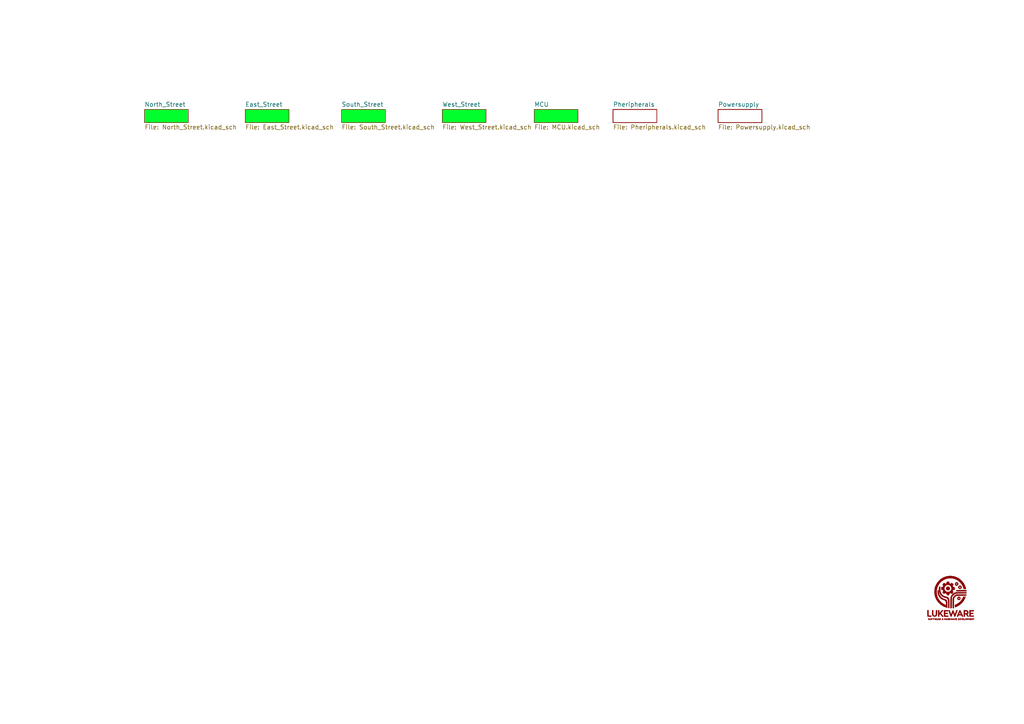
<source format=kicad_sch>
(kicad_sch (version 20231120) (generator "eeschema") (generator_version "8.0")
  (paper "A4")
  (title_block (title "SignalFlowLab") (date "2025-02-26") (rev "V 1.1") (company "LukeWare"))
  (lib_symbols
    (symbol "0_SignalFlowLab:LOGO" (pin_names (offset 1.016))
      (symbol "LOGO_0_0"
        (polyline (pts (xy 0.3637 -5.7952) (xy 0.3819 -5.7562) (xy 0.3979 -5.6693) (xy 0.3904 -5.5928) (xy 0.3601 -5.56) (xy 0.3548 -5.559) (xy 0.3112 -5.5163) (xy 0.2633 -5.43) (xy 0.2334 -5.3684) (xy 0.2095 -5.3433) (xy 0.2068 -5.3832) (xy 0.225 -5.4808) (xy 0.2643 -5.6291) (xy 0.3013 -5.7418) (xy 0.3357 -5.8032) (xy 0.3637 -5.7952)) (stroke (width 0.01)) (fill (type outline)))
        (polyline (pts (xy 4.31 -5.8256) (xy 4.3525 -5.7919) (xy 4.3259 -5.754) (xy 4.2269 -5.7273) (xy 4.2034 -5.7241) (xy 4.1481 -5.7033) (xy 4.1248 -5.6496) (xy 4.12 -5.5397) (xy 4.1186 -5.493) (xy 4.1044 -5.3918) (xy 4.08 -5.34) (xy 4.0611 -5.3514) (xy 4.0454 -5.4315) (xy 4.04 -5.5776) (xy 4.04 -5.84) (xy 4.2033 -5.84) (xy 4.31 -5.8256)) (stroke (width 0.01)) (fill (type outline)))
        (polyline (pts (xy -5.4689 -4.8661) (xy -5.4447 -4.8221) (xy -5.44 -4.72) (xy -5.44 -4.56) (xy -5.86 -4.56) (xy -6.28 -4.56) (xy -6.28 -3.78) (xy -6.28 -3) (xy -6.4408 -3) (xy -6.6016 -3) (xy -6.5908 -3.91) (xy -6.58 -4.82) (xy -6.12 -4.842) (xy -5.9562 -4.85) (xy -5.7762 -4.8592) (xy -5.6338 -4.8669) (xy -5.55 -4.872) (xy -5.5284 -4.8733) (xy -5.4689 -4.8661)) (stroke (width 0.01)) (fill (type outline)))
        (polyline (pts (xy -0.3921 2.8519) (xy -0.2399 2.9511) (xy -0.1376 3.0996) (xy -0.1311 3.1155) (xy -0.087 3.2672) (xy -0.0953 3.4014) (xy -0.1577 3.5555) (xy -0.243 3.6839) (xy -0.3984 3.808) (xy -0.5868 3.8614) (xy -0.7994 3.8402) (xy -0.9419 3.7757) (xy -1.0749 3.6373) (xy -1.1616 3.4344) (xy -1.1752 3.2809) (xy -1.1339 3.1086) (xy -1.0428 2.9616) (xy -0.9129 2.8646) (xy -0.7806 2.8213) (xy -0.5779 2.8069) (xy -0.3921 2.8519)) (stroke (width 0.01)) (fill (type outline)))
        (polyline (pts (xy 0.5684 -5.8338) (xy 0.5989 -5.7758) (xy 0.6383 -5.677) (xy 0.6774 -5.5634) (xy 0.7071 -5.4606) (xy 0.7183 -5.3946) (xy 0.7152 -5.3852) (xy 0.6875 -5.4058) (xy 0.6408 -5.48) (xy 0.565 -5.62) (xy 0.5168 -5.485) (xy 0.4874 -5.4115) (xy 0.46 -5.3841) (xy 0.4312 -5.417) (xy 0.4272 -5.425) (xy 0.4216 -5.5177) (xy 0.4668 -5.6618) (xy 0.4923 -5.7209) (xy 0.5348 -5.8062) (xy 0.5606 -5.8398) (xy 0.5684 -5.8338)) (stroke (width 0.01)) (fill (type outline)))
        (polyline (pts (xy 4.9479 -5.7718) (xy 4.9725 -5.7151) (xy 5.0389 -5.6603) (xy 5.0428 -5.659) (xy 5.1453 -5.6026) (xy 5.1727 -5.5284) (xy 5.1226 -5.4426) (xy 5.0949 -5.4178) (xy 5.0139 -5.3707) (xy 4.9475 -5.3613) (xy 4.92 -5.3953) (xy 4.9403 -5.4243) (xy 5.01 -5.4604) (xy 5.1 -5.4901) (xy 5.01 -5.5078) (xy 4.9531 -5.5302) (xy 4.9281 -5.5839) (xy 4.9254 -5.6927) (xy 4.928 -5.7416) (xy 4.9368 -5.7915) (xy 4.9479 -5.7718)) (stroke (width 0.01)) (fill (type outline)))
        (polyline (pts (xy 3.3692 -5.8226) (xy 3.4177 -5.7424) (xy 3.4746 -5.6058) (xy 3.517 -5.4853) (xy 3.5496 -5.3769) (xy 3.5513 -5.339) (xy 3.5222 -5.3728) (xy 3.4626 -5.4793) (xy 3.3688 -5.6586) (xy 3.3085 -5.5142) (xy 3.2802 -5.4536) (xy 3.2309 -5.3733) (xy 3.1903 -5.3321) (xy 3.1699 -5.3394) (xy 3.1807 -5.4049) (xy 3.2135 -5.4937) (xy 3.265 -5.608) (xy 3.3025 -5.6985) (xy 3.32 -5.778) (xy 3.3201 -5.789) (xy 3.3349 -5.8402) (xy 3.3692 -5.8226)) (stroke (width 0.01)) (fill (type outline)))
        (polyline (pts (xy -5.3337 -5.8151) (xy -5.32 -5.74) (xy -5.3196 -5.7215) (xy -5.2962 -5.6565) (xy -5.22 -5.64) (xy -5.1543 -5.63) (xy -5.12 -5.6) (xy -5.1449 -5.5736) (xy -5.22 -5.56) (xy -5.2222 -5.5599) (xy -5.3022 -5.5357) (xy -5.3258 -5.4821) (xy -5.2946 -5.4246) (xy -5.21 -5.3886) (xy -5.1558 -5.3784) (xy -5.1649 -5.3712) (xy -5.25 -5.3659) (xy -5.4 -5.36) (xy -5.4 -5.6) (xy -5.3958 -5.7083) (xy -5.3814 -5.8035) (xy -5.36 -5.84) (xy -5.3337 -5.8151)) (stroke (width 0.01)) (fill (type outline)))
        (polyline (pts (xy 6.7744 -5.8265) (xy 6.7928 -5.754) (xy 6.8 -5.64) (xy 6.8003 -5.5937) (xy 6.808 -5.4952) (xy 6.832 -5.4505) (xy 6.88 -5.44) (xy 6.9264 -5.4324) (xy 6.96 -5.4) (xy 6.9517 -5.388) (xy 6.8873 -5.3679) (xy 6.78 -5.36) (xy 6.7262 -5.3618) (xy 6.6357 -5.3761) (xy 6.6 -5.4) (xy 6.6067 -5.4184) (xy 6.66 -5.44) (xy 6.6913 -5.4527) (xy 6.7135 -5.5142) (xy 6.72 -5.64) (xy 6.7226 -5.712) (xy 6.7371 -5.804) (xy 6.76 -5.84) (xy 6.7744 -5.8265)) (stroke (width 0.01)) (fill (type outline)))
        (polyline (pts (xy -6.128 -5.792) (xy -6.0822 -5.7042) (xy -6.1102 -5.6131) (xy -6.21 -5.5315) (xy -6.34 -5.461) (xy -6.23 -5.4478) (xy -6.2254 -5.4473) (xy -6.1402 -5.4218) (xy -6.1261 -5.3835) (xy -6.1874 -5.3427) (xy -6.2479 -5.3424) (xy -6.3374 -5.4008) (xy -6.42 -5.4848) (xy -6.3295 -5.5592) (xy -6.2558 -5.6138) (xy -6.1924 -5.6492) (xy -6.1722 -5.6608) (xy -6.1694 -5.701) (xy -6.2132 -5.7415) (xy -6.2848 -5.76) (xy -6.3281 -5.7682) (xy -6.34 -5.8) (xy -6.2935 -5.8325) (xy -6.2074 -5.8336) (xy -6.128 -5.792)) (stroke (width 0.01)) (fill (type outline)))
        (polyline (pts (xy -4.8256 -5.8265) (xy -4.8072 -5.754) (xy -4.8 -5.64) (xy -4.7997 -5.5937) (xy -4.792 -5.4952) (xy -4.768 -5.4505) (xy -4.72 -5.44) (xy -4.6734 -5.4305) (xy -4.64 -5.39) (xy -4.6429 -5.3788) (xy -4.7027 -5.3497) (xy -4.84 -5.34) (xy -4.8848 -5.3407) (xy -5.0012 -5.3556) (xy -5.04 -5.39) (xy -5.025 -5.4191) (xy -4.96 -5.44) (xy -4.9415 -5.4408) (xy -4.9021 -5.4602) (xy -4.8843 -5.52) (xy -4.88 -5.64) (xy -4.8774 -5.712) (xy -4.8629 -5.804) (xy -4.84 -5.84) (xy -4.8256 -5.8265)) (stroke (width 0.01)) (fill (type outline)))
        (polyline (pts (xy 4.72 2.66) (xy 4.72 2.84) (xy 3.39 2.8378) (xy 3.2257 2.8374) (xy 2.8507 2.8351) (xy 2.5458 2.8305) (xy 2.3036 2.8227) (xy 2.1171 2.8111) (xy 1.9791 2.7948) (xy 1.8822 2.7731) (xy 1.8194 2.7452) (xy 1.7835 2.7105) (xy 1.7671 2.6681) (xy 1.7668 2.6242) (xy 1.8015 2.5381) (xy 1.8114 2.5296) (xy 1.8465 2.5156) (xy 1.9093 2.5044) (xy 2.0071 2.4957) (xy 2.1475 2.4893) (xy 2.3381 2.4848) (xy 2.5861 2.482) (xy 2.8992 2.4805) (xy 3.2848 2.48) (xy 4.72 2.48) (xy 4.72 2.66)) (stroke (width 0.01)) (fill (type outline)))
        (polyline (pts (xy -2.841 -5.8397) (xy -2.7551 -5.8267) (xy -2.72 -5.8) (xy -2.7464 -5.7733) (xy -2.823 -5.76) (xy -2.8889 -5.7434) (xy -2.9156 -5.6952) (xy -2.8882 -5.6409) (xy -2.809 -5.6071) (xy -2.7562 -5.5911) (xy -2.7395 -5.5608) (xy -2.7665 -5.5454) (xy -2.8401 -5.5484) (xy -2.8955 -5.5512) (xy -2.92 -5.5046) (xy -2.9019 -5.4619) (xy -2.82 -5.44) (xy -2.7543 -5.43) (xy -2.72 -5.4) (xy -2.7204 -5.3969) (xy -2.7616 -5.3708) (xy -2.85 -5.3603) (xy -2.98 -5.3606) (xy -2.9856 -5.6003) (xy -2.9912 -5.84) (xy -2.8556 -5.84) (xy -2.841 -5.8397)) (stroke (width 0.01)) (fill (type outline)))
        (polyline (pts (xy 1.8783 -5.8396) (xy 1.9648 -5.8264) (xy 2 -5.8) (xy 1.9751 -5.7736) (xy 1.9 -5.76) (xy 1.8234 -5.7427) (xy 1.8 -5.68) (xy 1.8227 -5.6178) (xy 1.9023 -5.6) (xy 1.9658 -5.5896) (xy 1.98 -5.56) (xy 1.9542 -5.5383) (xy 1.8776 -5.52) (xy 1.8333 -5.5128) (xy 1.8 -5.48) (xy 1.8139 -5.4572) (xy 1.8776 -5.44) (xy 1.9235 -5.4336) (xy 1.98 -5.4) (xy 1.9823 -5.3945) (xy 1.9533 -5.3694) (xy 1.8623 -5.36) (xy 1.72 -5.36) (xy 1.72 -5.6) (xy 1.72 -5.84) (xy 1.86 -5.84) (xy 1.8783 -5.8396)) (stroke (width 0.01)) (fill (type outline)))
        (polyline (pts (xy 2.4739 -5.8375) (xy 2.5937 -5.7921) (xy 2.6842 -5.7057) (xy 2.72 -5.6) (xy 2.7171 -5.5708) (xy 2.6642 -5.4681) (xy 2.5633 -5.3906) (xy 2.44 -5.36) (xy 2.32 -5.36) (xy 2.32 -5.6) (xy 2.4 -5.6) (xy 2.4033 -5.5201) (xy 2.4242 -5.4568) (xy 2.472 -5.44) (xy 2.5014 -5.4423) (xy 2.5884 -5.4854) (xy 2.6332 -5.563) (xy 2.6274 -5.6494) (xy 2.5626 -5.7185) (xy 2.5279 -5.736) (xy 2.4493 -5.7551) (xy 2.4104 -5.7125) (xy 2.4 -5.6) (xy 2.32 -5.6) (xy 2.32 -5.84) (xy 2.44 -5.84) (xy 2.4739 -5.8375)) (stroke (width 0.01)) (fill (type outline)))
        (polyline (pts (xy 2.9614 -5.8399) (xy 3.0452 -5.828) (xy 3.08 -5.8) (xy 3.0536 -5.7733) (xy 2.977 -5.76) (xy 2.9111 -5.7434) (xy 2.8844 -5.6952) (xy 2.9118 -5.6409) (xy 2.991 -5.6071) (xy 3.0171 -5.6015) (xy 3.0575 -5.5705) (xy 3.035 -5.5361) (xy 2.9576 -5.52) (xy 2.9133 -5.5128) (xy 2.88 -5.48) (xy 2.9048 -5.4536) (xy 2.98 -5.44) (xy 3.0457 -5.43) (xy 3.08 -5.4) (xy 3.0799 -5.3995) (xy 3.0442 -5.3715) (xy 2.96 -5.36) (xy 2.84 -5.36) (xy 2.84 -5.6) (xy 2.84 -5.84) (xy 2.96 -5.84) (xy 2.9614 -5.8399)) (stroke (width 0.01)) (fill (type outline)))
        (polyline (pts (xy 3.7983 -5.8396) (xy 3.8848 -5.8264) (xy 3.92 -5.8) (xy 3.8951 -5.7736) (xy 3.82 -5.76) (xy 3.7434 -5.7427) (xy 3.72 -5.68) (xy 3.7331 -5.6282) (xy 3.8 -5.6) (xy 3.8464 -5.5924) (xy 3.88 -5.56) (xy 3.8649 -5.5367) (xy 3.8 -5.52) (xy 3.7535 -5.5124) (xy 3.72 -5.48) (xy 3.7339 -5.4572) (xy 3.7976 -5.44) (xy 3.8435 -5.4336) (xy 3.9 -5.4) (xy 3.9023 -5.3945) (xy 3.8733 -5.3694) (xy 3.7823 -5.36) (xy 3.64 -5.36) (xy 3.64 -5.6) (xy 3.64 -5.84) (xy 3.78 -5.84) (xy 3.7983 -5.8396)) (stroke (width 0.01)) (fill (type outline)))
        (polyline (pts (xy 5.9382 -5.8326) (xy 5.9938 -5.8075) (xy 5.987 -5.7767) (xy 5.9104 -5.7527) (xy 5.8411 -5.7267) (xy 5.8052 -5.6739) (xy 5.8231 -5.6229) (xy 5.897 -5.6) (xy 5.9656 -5.5897) (xy 6 -5.56) (xy 5.9751 -5.5336) (xy 5.9 -5.52) (xy 5.8342 -5.51) (xy 5.8 -5.48) (xy 5.8139 -5.4572) (xy 5.8776 -5.44) (xy 5.9236 -5.4331) (xy 5.9817 -5.3971) (xy 5.9833 -5.3942) (xy 5.9653 -5.3679) (xy 5.8741 -5.3671) (xy 5.8613 -5.3683) (xy 5.7911 -5.38) (xy 5.7537 -5.4106) (xy 5.7367 -5.4805) (xy 5.728 -5.61) (xy 5.716 -5.84) (xy 5.858 -5.84) (xy 5.9382 -5.8326)) (stroke (width 0.01)) (fill (type outline)))
        (polyline (pts (xy -5.6925 -5.8251) (xy -5.5726 -5.753) (xy -5.4968 -5.6448) (xy -5.49 -5.5277) (xy -5.5587 -5.4211) (xy -5.5725 -5.4095) (xy -5.6945 -5.3557) (xy -5.8224 -5.3661) (xy -5.9276 -5.4394) (xy -5.975 -5.5114) (xy -5.9818 -5.5522) (xy -5.9131 -5.5522) (xy -5.9063 -5.5211) (xy -5.863 -5.4692) (xy -5.7642 -5.447) (xy -5.6467 -5.4588) (xy -5.5742 -5.5149) (xy -5.5632 -5.5998) (xy -5.6229 -5.6971) (xy -5.6374 -5.7104) (xy -5.7383 -5.7566) (xy -5.8328 -5.7381) (xy -5.8986 -5.6662) (xy -5.9131 -5.5522) (xy -5.9818 -5.5522) (xy -5.9943 -5.627) (xy -5.9378 -5.751) (xy -5.9174 -5.7759) (xy -5.8148 -5.8327) (xy -5.6925 -5.8251)) (stroke (width 0.01)) (fill (type outline)))
        (polyline (pts (xy 4.7668 -5.7738) (xy 4.8121 -5.715) (xy 4.8422 -5.593) (xy 4.8166 -5.469) (xy 4.7377 -5.3748) (xy 4.6638 -5.3334) (xy 4.6064 -5.3364) (xy 4.5277 -5.3878) (xy 4.4957 -5.4143) (xy 4.4197 -5.5267) (xy 4.4184 -5.5629) (xy 4.4858 -5.5629) (xy 4.516 -5.4864) (xy 4.6089 -5.4474) (xy 4.637 -5.4451) (xy 4.7076 -5.4627) (xy 4.743 -5.5379) (xy 4.7495 -5.6124) (xy 4.7195 -5.7005) (xy 4.6703 -5.7476) (xy 4.6151 -5.7481) (xy 4.5426 -5.6829) (xy 4.5232 -5.6591) (xy 4.4858 -5.5629) (xy 4.4184 -5.5629) (xy 4.4155 -5.6462) (xy 4.4852 -5.7562) (xy 4.5684 -5.8178) (xy 4.6668 -5.8328) (xy 4.7668 -5.7738)) (stroke (width 0.01)) (fill (type outline)))
        (polyline (pts (xy 5.3076 -5.8108) (xy 5.3 -5.72) (xy 5.2916 -5.6342) (xy 5.3168 -5.6) (xy 5.3299 -5.602) (xy 5.36 -5.6443) (xy 5.3816 -5.6687) (xy 5.4609 -5.6633) (xy 5.4782 -5.6593) (xy 5.5534 -5.6638) (xy 5.5983 -5.729) (xy 5.6051 -5.745) (xy 5.6237 -5.7686) (xy 5.6335 -5.7286) (xy 5.6374 -5.6166) (xy 5.6334 -5.4789) (xy 5.613 -5.3969) (xy 5.5736 -5.3876) (xy 5.513 -5.4481) (xy 5.443 -5.54) (xy 5.3792 -5.45) (xy 5.3749 -5.4439) (xy 5.3118 -5.3747) (xy 5.2701 -5.3757) (xy 5.247 -5.4498) (xy 5.24 -5.6) (xy 5.2431 -5.6994) (xy 5.258 -5.8025) (xy 5.2831 -5.84) (xy 5.3076 -5.8108)) (stroke (width 0.01)) (fill (type outline)))
        (polyline (pts (xy 6.4939 -5.659) (xy 6.5091 -5.538) (xy 6.5183 -5.4094) (xy 6.5102 -5.3404) (xy 6.4844 -5.32) (xy 6.4785 -5.3217) (xy 6.4481 -5.37) (xy 6.4219 -5.4638) (xy 6.4169 -5.4899) (xy 6.3969 -5.5665) (xy 6.3697 -5.5787) (xy 6.3184 -5.5386) (xy 6.2663 -5.48) (xy 6.2183 -5.3947) (xy 6.1994 -5.3527) (xy 6.1629 -5.32) (xy 6.1482 -5.3397) (xy 6.128 -5.4173) (xy 6.1105 -5.5292) (xy 6.0987 -5.6491) (xy 6.0958 -5.7508) (xy 6.1049 -5.8079) (xy 6.1163 -5.8223) (xy 6.1552 -5.8234) (xy 6.1873 -5.7664) (xy 6.2015 -5.6676) (xy 6.203 -5.54) (xy 6.3354 -5.6946) (xy 6.4678 -5.8493) (xy 6.4939 -5.659)) (stroke (width 0.01)) (fill (type outline)))
        (polyline (pts (xy -1.2229 -5.8282) (xy -1.1856 -5.78) (xy -1.1394 -5.7387) (xy -1.0413 -5.72) (xy -0.9554 -5.7325) (xy -0.92 -5.78) (xy -0.9155 -5.8076) (xy -0.88 -5.84) (xy -0.8535 -5.8299) (xy -0.8434 -5.7676) (xy -0.8778 -5.657) (xy -0.9544 -5.508) (xy -1.0674 -5.3161) (xy -1.1737 -5.553) (xy -1.1841 -5.5767) (xy -1.1043 -5.5767) (xy -1.0928 -5.5436) (xy -1.0794 -5.4867) (xy -1.0732 -5.4808) (xy -1.0463 -5.5111) (xy -1.0156 -5.5643) (xy -1.0007 -5.61) (xy -1.0087 -5.6247) (xy -1.0643 -5.64) (xy -1.1006 -5.6302) (xy -1.1043 -5.5767) (xy -1.1841 -5.5767) (xy -1.2251 -5.6705) (xy -1.2648 -5.7682) (xy -1.28 -5.815) (xy -1.265 -5.8402) (xy -1.2229 -5.8282)) (stroke (width 0.01)) (fill (type outline)))
        (polyline (pts (xy -1.6515 -5.822) (xy -1.6327 -5.73) (xy -1.6293 -5.7059) (xy -1.5971 -5.6377) (xy -1.5204 -5.62) (xy -1.4927 -5.6213) (xy -1.4295 -5.6519) (xy -1.3972 -5.74) (xy -1.3873 -5.7864) (xy -1.3747 -5.814) (xy -1.3613 -5.7767) (xy -1.3419 -5.6673) (xy -1.3406 -5.6592) (xy -1.33 -5.4995) (xy -1.3524 -5.3873) (xy -1.3788 -5.3362) (xy -1.3931 -5.3358) (xy -1.3973 -5.41) (xy -1.4018 -5.4621) (xy -1.4343 -5.5093) (xy -1.52 -5.52) (xy -1.5472 -5.5193) (xy -1.6201 -5.4994) (xy -1.64 -5.4423) (xy -1.6464 -5.3964) (xy -1.68 -5.34) (xy -1.6989 -5.3514) (xy -1.7146 -5.4315) (xy -1.72 -5.5776) (xy -1.7139 -5.7083) (xy -1.6971 -5.8025) (xy -1.6746 -5.8433) (xy -1.6515 -5.822)) (stroke (width 0.01)) (fill (type outline)))
        (polyline (pts (xy -0.1129 -5.8252) (xy 0.0075 -5.774) (xy 0.0893 -5.704) (xy 0.1089 -5.647) (xy 0.1193 -5.549) (xy 0.1193 -5.5421) (xy 0.0805 -5.443) (xy -0.0251 -5.3812) (xy -0.1927 -5.36) (xy -0.2023 -5.36) (xy -0.2577 -5.3659) (xy -0.2868 -5.3953) (xy -0.2982 -5.467) (xy -0.3 -5.6) (xy -0.2 -5.6) (xy -0.2 -5.587) (xy -0.1932 -5.4903) (xy -0.1648 -5.4488) (xy -0.1008 -5.44) (xy -0.0224 -5.4657) (xy 0.0285 -5.5382) (xy 0.0316 -5.6283) (xy -0.0218 -5.7062) (xy -0.061 -5.7325) (xy -0.1416 -5.759) (xy -0.1863 -5.7159) (xy -0.2 -5.6) (xy -0.3 -5.6) (xy -0.2979 -5.7286) (xy -0.2866 -5.8029) (xy -0.2588 -5.8338) (xy -0.2074 -5.84) (xy -0.1129 -5.8252)) (stroke (width 0.01)) (fill (type outline)))
        (polyline (pts (xy 0.8156 -5.79) (xy 0.8221 -5.782) (xy 0.9081 -5.7282) (xy 1.0034 -5.7308) (xy 1.075 -5.7896) (xy 1.1034 -5.8254) (xy 1.1416 -5.8316) (xy 1.1427 -5.7937) (xy 1.1198 -5.7049) (xy 1.0804 -5.5919) (xy 1.0343 -5.4799) (xy 0.9911 -5.3941) (xy 0.9606 -5.36) (xy 0.953 -5.3632) (xy 0.9145 -5.4143) (xy 0.8644 -5.508) (xy 0.8287 -5.587) (xy 0.8969 -5.587) (xy 0.9137 -5.5438) (xy 0.9197 -5.5406) (xy 0.9739 -5.5486) (xy 1 -5.6066) (xy 0.9992 -5.6131) (xy 0.9623 -5.64) (xy 0.9289 -5.6304) (xy 0.8969 -5.587) (xy 0.8287 -5.587) (xy 0.8143 -5.6188) (xy 0.776 -5.7216) (xy 0.7612 -5.791) (xy 0.7624 -5.8204) (xy 0.7749 -5.8376) (xy 0.8156 -5.79)) (stroke (width 0.01)) (fill (type outline)))
        (polyline (pts (xy 1.5107 -2.1057) (xy 1.6367 -2.0607) (xy 1.7982 -1.9929) (xy 1.9766 -1.9105) (xy 2.1538 -1.8217) (xy 2.3111 -1.7346) (xy 2.4825 -1.6291) (xy 2.9928 -1.2588) (xy 3.4399 -0.8418) (xy 3.822 -0.3802) (xy 4.1376 0.1243) (xy 4.385 0.6695) (xy 4.4793 0.92) (xy 4.149 0.92) (xy 3.8187 0.92) (xy 3.7507 0.73) (xy 3.6908 0.5919) (xy 3.5721 0.3768) (xy 3.4193 0.1389) (xy 3.2452 -0.103) (xy 3.0629 -0.3303) (xy 2.8852 -0.5241) (xy 2.6208 -0.7657) (xy 2.1764 -1.0848) (xy 1.6919 -1.3347) (xy 1.3811 -1.4673) (xy 1.3858 -1.7136) (xy 1.3883 -1.8276) (xy 1.392 -1.9578) (xy 1.3952 -2.04) (xy 1.406 -2.0863) (xy 1.4431 -2.12) (xy 1.5107 -2.1057)) (stroke (width 0.01)) (fill (type outline)))
        (polyline (pts (xy -3.9022 -5.8648) (xy -3.8685 -5.8) (xy -3.8565 -5.7716) (xy -3.7931 -5.7255) (xy -3.7115 -5.731) (xy -3.645 -5.7896) (xy -3.6164 -5.8253) (xy -3.5776 -5.8308) (xy -3.5765 -5.794) (xy -3.6 -5.7059) (xy -3.6407 -5.5932) (xy -3.6884 -5.4813) (xy -3.7331 -5.3953) (xy -3.7647 -5.3606) (xy -3.7782 -5.3721) (xy -3.8161 -5.4378) (xy -3.8636 -5.5405) (xy -3.8786 -5.5776) (xy -3.8 -5.5776) (xy -3.7943 -5.549) (xy -3.76 -5.54) (xy -3.7491 -5.5481) (xy -3.72 -5.6023) (xy -3.7212 -5.6112) (xy -3.76 -5.64) (xy -3.7792 -5.6323) (xy -3.8 -5.5776) (xy -3.8786 -5.5776) (xy -3.9103 -5.6557) (xy -3.9459 -5.7588) (xy -3.96 -5.8253) (xy -3.96 -5.8284) (xy -3.9407 -5.8764) (xy -3.9022 -5.8648)) (stroke (width 0.01)) (fill (type outline)))
        (polyline (pts (xy -4.4042 -5.7863) (xy -4.36 -5.7) (xy -4.3253 -5.6249) (xy -4.2882 -5.5841) (xy -4.2572 -5.6191) (xy -4.2244 -5.7316) (xy -4.2226 -5.7388) (xy -4.193 -5.8107) (xy -4.1571 -5.8093) (xy -4.1127 -5.7327) (xy -4.058 -5.579) (xy -4.0567 -5.5748) (xy -4.0245 -5.4499) (xy -4.0139 -5.3629) (xy -4.0226 -5.3243) (xy -4.0486 -5.3441) (xy -4.0895 -5.4326) (xy -4.1119 -5.486) (xy -4.159 -5.5499) (xy -4.2044 -5.5345) (xy -4.2523 -5.44) (xy -4.2975 -5.3201) (xy -4.3631 -5.4878) (xy -4.4287 -5.6555) (xy -4.4775 -5.5077) (xy -4.5069 -5.4293) (xy -4.544 -5.3667) (xy -4.5646 -5.3735) (xy -4.563 -5.4433) (xy -4.5337 -5.57) (xy -4.508 -5.6538) (xy -4.4722 -5.7605) (xy -4.4485 -5.8179) (xy -4.4394 -5.8223) (xy -4.4042 -5.7863)) (stroke (width 0.01)) (fill (type outline)))
        (polyline (pts (xy -0.3804 -5.8337) (xy -0.3873 -5.79) (xy -0.3955 -5.7712) (xy -0.4126 -5.6814) (xy -0.4196 -5.5608) (xy -0.4207 -5.4869) (xy -0.434 -5.4116) (xy -0.4776 -5.3767) (xy -0.57 -5.3571) (xy -0.72 -5.3325) (xy -0.72 -5.4933) (xy -0.64 -5.4933) (xy -0.6245 -5.4195) (xy -0.5705 -5.4075) (xy -0.5337 -5.4231) (xy -0.4886 -5.4852) (xy -0.4957 -5.5274) (xy -0.5581 -5.571) (xy -0.5782 -5.5755) (xy -0.6277 -5.5645) (xy -0.64 -5.4933) (xy -0.72 -5.4933) (xy -0.72 -5.5862) (xy -0.7154 -5.7066) (xy -0.7011 -5.8033) (xy -0.68 -5.84) (xy -0.6568 -5.8249) (xy -0.64 -5.76) (xy -0.6306 -5.7133) (xy -0.5897 -5.68) (xy -0.5478 -5.6971) (xy -0.4893 -5.76) (xy -0.4492 -5.8096) (xy -0.3974 -5.84) (xy -0.3804 -5.8337)) (stroke (width 0.01)) (fill (type outline)))
        (polyline (pts (xy 1.5894 -5.8023) (xy 1.5596 -5.7396) (xy 1.5481 -5.7246) (xy 1.5283 -5.6632) (xy 1.56 -5.58) (xy 1.5735 -5.5503) (xy 1.5793 -5.4515) (xy 1.5172 -5.3846) (xy 1.3951 -5.36) (xy 1.28 -5.36) (xy 1.2835 -5.5223) (xy 1.3184 -5.5223) (xy 1.3411 -5.4646) (xy 1.42 -5.44) (xy 1.4434 -5.4415) (xy 1.5083 -5.4739) (xy 1.5152 -5.5277) (xy 1.4567 -5.5757) (xy 1.4173 -5.5904) (xy 1.3766 -5.5967) (xy 1.3466 -5.5733) (xy 1.3184 -5.5223) (xy 1.2835 -5.5223) (xy 1.2854 -5.61) (xy 1.2855 -5.6125) (xy 1.2906 -5.7246) (xy 1.2988 -5.7812) (xy 1.3082 -5.77) (xy 1.3279 -5.7139) (xy 1.3663 -5.68) (xy 1.4143 -5.7046) (xy 1.4801 -5.77) (xy 1.5399 -5.8248) (xy 1.5822 -5.8309) (xy 1.5894 -5.8023)) (stroke (width 0.01)) (fill (type outline)))
        (polyline (pts (xy 2.7972 0.0366) (xy 2.9198 0.1691) (xy 2.9765 0.2906) (xy 2.9935 0.4647) (xy 2.9354 0.6528) (xy 2.8292 0.7997) (xy 2.6905 0.8869) (xy 2.5362 0.9166) (xy 2.3827 0.8916) (xy 2.2465 0.8144) (xy 2.1441 0.6879) (xy 2.0921 0.5148) (xy 2.0936 0.4394) (xy 2.3221 0.4394) (xy 2.3439 0.5405) (xy 2.4074 0.6201) (xy 2.4995 0.6587) (xy 2.6073 0.6369) (xy 2.6733 0.5955) (xy 2.7293 0.5441) (xy 2.7584 0.4572) (xy 2.743 0.3534) (xy 2.6826 0.2815) (xy 2.6253 0.2569) (xy 2.492 0.2461) (xy 2.3828 0.3029) (xy 2.3552 0.3364) (xy 2.3221 0.4394) (xy 2.0936 0.4394) (xy 2.096 0.3131) (xy 2.1604 0.1564) (xy 2.289 0.0402) (xy 2.4633 -0.0294) (xy 2.6397 -0.0306) (xy 2.7972 0.0366)) (stroke (width 0.01)) (fill (type outline)))
        (polyline (pts (xy -3.4103 -5.8306) (xy -3.3838 -5.761) (xy -3.3336 -5.6221) (xy -3.2622 -5.731) (xy -3.2597 -5.7349) (xy -3.1938 -5.8092) (xy -3.1345 -5.84) (xy -3.1133 -5.8375) (xy -3.1043 -5.8104) (xy -3.1444 -5.7389) (xy -3.1811 -5.6772) (xy -3.1871 -5.6234) (xy -3.145 -5.5654) (xy -3.1149 -5.5297) (xy -3.1033 -5.4821) (xy -3.1529 -5.4264) (xy -3.2229 -5.3847) (xy -3.3332 -5.36) (xy -3.3619 -5.3603) (xy -3.4065 -5.3699) (xy -3.4294 -5.4062) (xy -3.4372 -5.487) (xy -3.4372 -5.5029) (xy -3.36 -5.5029) (xy -3.3455 -5.4654) (xy -3.2767 -5.44) (xy -3.2284 -5.4496) (xy -3.21 -5.49) (xy -3.2213 -5.5121) (xy -3.2747 -5.5487) (xy -3.3328 -5.5466) (xy -3.36 -5.5029) (xy -3.4372 -5.5029) (xy -3.437 -5.63) (xy -3.4361 -5.7009) (xy -3.433 -5.8091) (xy -3.4256 -5.8495) (xy -3.4103 -5.8306)) (stroke (width 0.01)) (fill (type outline)))
        (polyline (pts (xy 2.9768 3.1838) (xy 3.1376 3.2833) (xy 3.1934 3.3371) (xy 3.301 3.4982) (xy 3.3295 3.6672) (xy 3.2787 3.8425) (xy 3.1909 3.9738) (xy 3.0473 4.0915) (xy 2.8855 4.1449) (xy 2.7203 4.1329) (xy 2.5663 4.0544) (xy 2.4383 3.9081) (xy 2.4297 3.8936) (xy 2.3635 3.7093) (xy 2.369 3.6173) (xy 2.6112 3.6173) (xy 2.6183 3.702) (xy 2.6965 3.7969) (xy 2.7074 3.8067) (xy 2.8184 3.8627) (xy 2.926 3.84) (xy 3.0239 3.7397) (xy 3.0579 3.6371) (xy 3.0244 3.5289) (xy 2.9217 3.441) (xy 2.8906 3.4248) (xy 2.8288 3.4048) (xy 2.7752 3.4266) (xy 2.6981 3.4982) (xy 2.6753 3.5219) (xy 2.6112 3.6173) (xy 2.369 3.6173) (xy 2.3742 3.5314) (xy 2.4588 3.3703) (xy 2.6146 3.2368) (xy 2.637 3.2237) (xy 2.8106 3.164) (xy 2.9768 3.1838)) (stroke (width 0.01)) (fill (type outline)))
        (polyline (pts (xy 6.84 -4.7) (xy 6.84 -4.56) (xy 6.38 -4.56) (xy 5.92 -4.56) (xy 5.92 -4.32) (xy 5.92 -4.08) (xy 6.32 -4.08) (xy 6.452 -4.0795) (xy 6.5972 -4.0738) (xy 6.6822 -4.0558) (xy 6.719 -4.0182) (xy 6.7197 -3.9539) (xy 6.6962 -3.8557) (xy 6.6958 -3.854) (xy 6.6802 -3.8156) (xy 6.6484 -3.7927) (xy 6.5845 -3.7827) (xy 6.4726 -3.783) (xy 6.2968 -3.7911) (xy 5.92 -3.8109) (xy 5.92 -3.5654) (xy 5.92 -3.32) (xy 6.36 -3.32) (xy 6.3787 -3.3199) (xy 6.5665 -3.3185) (xy 6.689 -3.3129) (xy 6.7598 -3.301) (xy 6.7924 -3.2808) (xy 6.8005 -3.25) (xy 6.8051 -3.1939) (xy 6.8252 -3.09) (xy 6.8493 -3) (xy 6.2246 -3) (xy 5.6 -3) (xy 5.6 -3.92) (xy 5.6 -4.84) (xy 6.22 -4.84) (xy 6.84 -4.84) (xy 6.84 -4.7)) (stroke (width 0.01)) (fill (type outline)))
        (polyline (pts (xy 2.0879 4.1881) (xy 2.2266 4.2909) (xy 2.3235 4.4288) (xy 2.3597 4.5895) (xy 2.3477 4.6957) (xy 2.2655 4.8776) (xy 2.1065 5.042) (xy 2.0615 5.0741) (xy 1.9614 5.1119) (xy 1.8311 5.1079) (xy 1.7383 5.0872) (xy 1.5752 4.9963) (xy 1.4632 4.8484) (xy 1.4101 4.6519) (xy 1.4082 4.6308) (xy 1.4079 4.6095) (xy 1.6664 4.6095) (xy 1.6817 4.6834) (xy 1.747 4.7663) (xy 1.8545 4.8166) (xy 1.97 4.7955) (xy 2.0157 4.7688) (xy 2.1031 4.6816) (xy 2.1111 4.5856) (xy 2.04 4.48) (xy 1.9339 4.411) (xy 1.8264 4.4179) (xy 1.7237 4.5043) (xy 1.7086 4.5243) (xy 1.6664 4.6095) (xy 1.4079 4.6095) (xy 1.4062 4.5079) (xy 1.4339 4.4188) (xy 1.5024 4.3245) (xy 1.5264 4.2972) (xy 1.6183 4.2097) (xy 1.6967 4.1568) (xy 1.7594 4.1363) (xy 1.9259 4.1325) (xy 2.0879 4.1881)) (stroke (width 0.01)) (fill (type outline)))
        (polyline (pts (xy -4.3565 -4.8361) (xy -4.1264 -4.734) (xy -4.0273 -4.6687) (xy -3.9436 -4.5887) (xy -3.883 -4.4888) (xy -3.842 -4.3569) (xy -3.8171 -4.1811) (xy -3.8046 -3.9495) (xy -3.8009 -3.65) (xy -3.8 -3) (xy -3.96 -3) (xy -4.12 -3) (xy -4.12 -3.6219) (xy -4.1243 -3.916) (xy -4.1398 -4.1496) (xy -4.1705 -4.3208) (xy -4.2202 -4.4387) (xy -4.2924 -4.5119) (xy -4.3911 -4.5494) (xy -4.52 -4.56) (xy -4.6455 -4.5501) (xy -4.745 -4.5136) (xy -4.8181 -4.4415) (xy -4.8683 -4.3252) (xy -4.8996 -4.1557) (xy -4.9156 -3.9242) (xy -4.92 -3.6219) (xy -4.92 -3) (xy -5.08 -3) (xy -5.24 -3) (xy -5.24 -3.614) (xy -5.2398 -3.6787) (xy -5.2353 -3.9129) (xy -5.2256 -4.1161) (xy -5.2117 -4.2719) (xy -5.1946 -4.364) (xy -5.1276 -4.503) (xy -4.9783 -4.6756) (xy -4.78 -4.806) (xy -4.7704 -4.8105) (xy -4.5698 -4.8614) (xy -4.3565 -4.8361)) (stroke (width 0.01)) (fill (type outline)))
        (polyline (pts (xy -2.1253 -5.8273) (xy -2.046 -5.8119) (xy -2.0387 -5.7853) (xy -2.0542 -5.7537) (xy -2.0347 -5.67) (xy -2.0204 -5.6415) (xy -2.0192 -5.6078) (xy -2.0791 -5.6196) (xy -2.0826 -5.6207) (xy -2.1363 -5.6303) (xy -2.1518 -5.5988) (xy -2.1389 -5.508) (xy -2.1314 -5.4018) (xy -2.1582 -5.3411) (xy -2.1679 -5.3363) (xy -2.2348 -5.3446) (xy -2.2943 -5.4021) (xy -2.306 -5.44) (xy -2.24 -5.44) (xy -2.2389 -5.4304) (xy -2.2 -5.4) (xy -2.1905 -5.4011) (xy -2.16 -5.44) (xy -2.1612 -5.4495) (xy -2.2 -5.48) (xy -2.2096 -5.4788) (xy -2.24 -5.44) (xy -2.306 -5.44) (xy -2.32 -5.4854) (xy -2.3283 -5.5408) (xy -2.3676 -5.6372) (xy -2.3898 -5.6939) (xy -2.3088 -5.6939) (xy -2.2883 -5.6322) (xy -2.251 -5.6201) (xy -2.2023 -5.6757) (xy -2.1932 -5.6934) (xy -2.1786 -5.7466) (xy -2.2163 -5.76) (xy -2.27 -5.746) (xy -2.3088 -5.6939) (xy -2.3898 -5.6939) (xy -2.3949 -5.7068) (xy -2.3646 -5.7745) (xy -2.2902 -5.8164) (xy -2.1575 -5.8292) (xy -2.1253 -5.8273)) (stroke (width 0.01)) (fill (type outline)))
        (polyline (pts (xy -0.9448 -4.8563) (xy -0.7768 -4.8546) (xy -0.6454 -4.8514) (xy -0.5675 -4.8465) (xy -0.5328 -4.8122) (xy -0.5275 -4.71) (xy -0.54 -4.58) (xy -1.01 -4.5687) (xy -1.48 -4.5574) (xy -1.48 -4.3187) (xy -1.48 -4.08) (xy -1.08 -4.08) (xy -0.68 -4.08) (xy -0.68 -3.94) (xy -0.68 -3.8) (xy -1.08 -3.8) (xy -1.48 -3.8) (xy -1.48 -3.5599) (xy -1.48 -3.3199) (xy -1.0706 -3.3299) (xy -0.6612 -3.34) (xy -0.6379 -3.17) (xy -0.6147 -3) (xy -1.1847 -3) (xy -1.2156 -3) (xy -1.4315 -3.0008) (xy -1.5816 -3.0044) (xy -1.6788 -3.0124) (xy -1.7358 -3.0266) (xy -1.7653 -3.0486) (xy -1.7801 -3.0802) (xy -1.7855 -3.1312) (xy -1.7901 -3.2485) (xy -1.7934 -3.4164) (xy -1.7954 -3.6204) (xy -1.7963 -3.846) (xy -1.796 -4.0786) (xy -1.7945 -4.3038) (xy -1.7919 -4.507) (xy -1.7882 -4.6738) (xy -1.7834 -4.7896) (xy -1.7775 -4.84) (xy -1.7441 -4.845) (xy -1.646 -4.8496) (xy -1.5002 -4.8531) (xy -1.3235 -4.8554) (xy -1.1327 -4.8565) (xy -0.9448 -4.8563)) (stroke (width 0.01)) (fill (type outline)))
        (polyline (pts (xy -0.8656 -1.31) (xy -0.8657 -1.3064) (xy -0.874 -1.0012) (xy -0.8825 -0.7647) (xy -0.8924 -0.5854) (xy -0.9046 -0.4521) (xy -0.9202 -0.3533) (xy -0.9402 -0.2779) (xy -0.9657 -0.2144) (xy -1.0149 -0.1276) (xy -1.1582 0.0237) (xy -1.3658 0.1469) (xy -1.6443 0.2463) (xy -1.6486 0.2475) (xy -1.8164 0.2994) (xy -1.9738 0.3556) (xy -2.0872 0.4042) (xy -2.1216 0.4225) (xy -2.3274 0.5599) (xy -2.5415 0.7425) (xy -2.7402 0.9483) (xy -2.8996 1.1552) (xy -2.9721 1.2683) (xy -3.0863 1.469) (xy -3.1711 1.6625) (xy -3.2337 1.8704) (xy -3.2815 2.1147) (xy -3.3218 2.4171) (xy -3.3332 2.5085) (xy -3.361 2.6575) (xy -3.3976 2.7433) (xy -3.4496 2.7772) (xy -3.5235 2.7707) (xy -3.586 2.7187) (xy -3.624 2.5988) (xy -3.6377 2.4083) (xy -3.6273 2.1443) (xy -3.5701 1.7671) (xy -3.4385 1.3613) (xy -3.242 0.9875) (xy -2.9872 0.6539) (xy -2.6803 0.3687) (xy -2.3277 0.1401) (xy -1.9359 -0.0238) (xy -1.7314 -0.0912) (xy -1.5687 -0.1573) (xy -1.4436 -0.232) (xy -1.3509 -0.3253) (xy -1.2849 -0.4475) (xy -1.2402 -0.6089) (xy -1.2112 -0.8196) (xy -1.1925 -1.0899) (xy -1.1786 -1.43) (xy -1.1499 -2.24) (xy -0.9963 -2.24) (xy -0.8427 -2.24) (xy -0.8656 -1.31)) (stroke (width 0.01)) (fill (type outline)))
        (polyline (pts (xy 1.0876 -1.029) (xy 1.1 0.342) (xy 1.2323 0.6107) (xy 1.3092 0.7523) (xy 1.4154 0.8941) (xy 1.5428 1.002) (xy 1.5907 1.0349) (xy 1.6756 1.0908) (xy 1.7553 1.1356) (xy 1.8391 1.1703) (xy 1.9366 1.1963) (xy 2.0572 1.2149) (xy 2.2103 1.2273) (xy 2.4056 1.2348) (xy 2.6524 1.2385) (xy 2.9603 1.2399) (xy 3.3387 1.24) (xy 3.5702 1.2406) (xy 3.8711 1.2429) (xy 4.1378 1.247) (xy 4.3612 1.2524) (xy 4.5322 1.2591) (xy 4.6415 1.2667) (xy 4.68 1.2751) (xy 4.68 1.2754) (xy 4.6874 1.337) (xy 4.705 1.4351) (xy 4.73 1.56) (xy 3.2713 1.56) (xy 1.8127 1.56) (xy 1.5685 1.438) (xy 1.4312 1.3581) (xy 1.1888 1.16) (xy 0.9841 0.9181) (xy 0.8383 0.655) (xy 0.8161 0.5995) (xy 0.7943 0.5369) (xy 0.7771 0.4691) (xy 0.7637 0.3869) (xy 0.7535 0.2808) (xy 0.746 0.1415) (xy 0.7403 -0.0403) (xy 0.7359 -0.2741) (xy 0.7322 -0.5691) (xy 0.7284 -0.9347) (xy 0.7264 -1.1731) (xy 0.7249 -1.4794) (xy 0.7247 -1.7542) (xy 0.7258 -1.9878) (xy 0.7281 -2.1706) (xy 0.7316 -2.2928) (xy 0.7362 -2.3447) (xy 0.7378 -2.3482) (xy 0.7976 -2.3861) (xy 0.9163 -2.4) (xy 1.0752 -2.4) (xy 1.0876 -1.029)) (stroke (width 0.01)) (fill (type outline)))
        (polyline (pts (xy -2.0863 -4.8783) (xy -1.9958 -4.8653) (xy -1.96 -4.8435) (xy -1.9626 -4.8332) (xy -2.0026 -4.7644) (xy -2.0853 -4.6497) (xy -2.2024 -4.4996) (xy -2.3457 -4.3247) (xy -2.5072 -4.1355) (xy -2.5369 -4.1011) (xy -2.6302 -3.9888) (xy -2.6955 -3.9035) (xy -2.72 -3.8617) (xy -2.6952 -3.8239) (xy -2.6258 -3.7402) (xy -2.5225 -3.6235) (xy -2.3961 -3.4861) (xy -2.2489 -3.3278) (xy -2.1288 -3.1937) (xy -2.0573 -3.1022) (xy -2.0311 -3.0452) (xy -2.0466 -3.0146) (xy -2.1003 -3.0023) (xy -2.1888 -3) (xy -2.2338 -3.0002) (xy -2.3102 -3.0067) (xy -2.374 -3.03) (xy -2.4414 -3.081) (xy -2.5288 -3.1707) (xy -2.6523 -3.31) (xy -2.7251 -3.3926) (xy -2.8508 -3.5339) (xy -2.959 -3.6541) (xy -3.0322 -3.7334) (xy -3.14 -3.8469) (xy -3.1514 -3.4234) (xy -3.1628 -3) (xy -3.3214 -3) (xy -3.48 -3) (xy -3.48 -3.92) (xy -3.48 -4.84) (xy -3.32 -4.84) (xy -3.16 -4.84) (xy -3.159 -4.59) (xy -3.1578 -4.5181) (xy -3.1454 -4.3905) (xy -3.1122 -4.2979) (xy -3.049 -4.2089) (xy -2.94 -4.0778) (xy -2.63 -4.4409) (xy -2.5108 -4.5835) (xy -2.4117 -4.7077) (xy -2.3447 -4.7983) (xy -2.32 -4.8419) (xy -2.3118 -4.8533) (xy -2.2474 -4.8724) (xy -2.14 -4.88) (xy -2.0863 -4.8783)) (stroke (width 0.01)) (fill (type outline)))
        (polyline (pts (xy 4.12 -4.8468) (xy 4.28 -4.8315) (xy 4.28 -4.5157) (xy 4.28 -4.2) (xy 4.4757 -4.2) (xy 4.5752 -4.2038) (xy 4.6593 -4.2249) (xy 4.698 -4.27) (xy 4.6995 -4.2737) (xy 4.7374 -4.3454) (xy 4.8054 -4.4583) (xy 4.8899 -4.59) (xy 4.9452 -4.6727) (xy 5.0155 -4.7672) (xy 5.0734 -4.8171) (xy 5.1385 -4.8366) (xy 5.2299 -4.84) (xy 5.3079 -4.8375) (xy 5.3722 -4.8223) (xy 5.3744 -4.79) (xy 5.3712 -4.7848) (xy 5.3293 -4.7199) (xy 5.2584 -4.6124) (xy 5.172 -4.4825) (xy 5.1541 -4.4555) (xy 5.0758 -4.3336) (xy 5.0207 -4.2412) (xy 5 -4.1965) (xy 5.007 -4.1803) (xy 5.0556 -4.1178) (xy 5.1349 -4.033) (xy 5.2044 -3.953) (xy 5.2927 -3.7735) (xy 5.3024 -3.5788) (xy 5.2337 -3.3688) (xy 5.2264 -3.3545) (xy 5.133 -3.2121) (xy 5.0137 -3.1109) (xy 4.8557 -3.0456) (xy 4.6459 -3.0104) (xy 4.3715 -3) (xy 3.96 -3) (xy 3.96 -3.62) (xy 4.28 -3.62) (xy 4.28 -3.32) (xy 4.523 -3.32) (xy 4.6195 -3.3215) (xy 4.7287 -3.3349) (xy 4.8065 -3.3701) (xy 4.883 -3.4369) (xy 4.9071 -3.462) (xy 4.9842 -3.5791) (xy 4.987 -3.6911) (xy 4.917 -3.8146) (xy 4.9142 -3.8182) (xy 4.8624 -3.8731) (xy 4.8013 -3.9037) (xy 4.7074 -3.917) (xy 4.557 -3.92) (xy 4.28 -3.92) (xy 4.28 -3.62) (xy 3.96 -3.62) (xy 3.96 -3.931) (xy 3.96 -4.8621) (xy 4.12 -4.8468)) (stroke (width 0.01)) (fill (type outline)))
        (polyline (pts (xy -0.2485 -1.13) (xy -0.2494 -1.0388) (xy -0.2532 -0.7096) (xy -0.2572 -0.4483) (xy -0.2622 -0.2453) (xy -0.269 -0.0909) (xy -0.2781 0.0246) (xy -0.2904 0.1109) (xy -0.3065 0.1777) (xy -0.3272 0.2347) (xy -0.3531 0.2915) (xy -0.3853 0.3544) (xy -0.5133 0.552) (xy -0.6593 0.7153) (xy -0.8048 0.8225) (xy -0.8369 0.8367) (xy -0.9533 0.8763) (xy -1.1122 0.9214) (xy -1.2889 0.9647) (xy -1.4913 1.0171) (xy -1.8267 1.1451) (xy -2.1086 1.3179) (xy -2.3502 1.5444) (xy -2.5647 1.8337) (xy -2.6584 1.9952) (xy -2.7373 2.1739) (xy -2.7932 2.3675) (xy -2.8297 2.5924) (xy -2.8502 2.8645) (xy -2.8582 3.2) (xy -2.8632 3.86) (xy -2.9971 3.8536) (xy -3.0042 3.8531) (xy -3.1044 3.8322) (xy -3.1645 3.7936) (xy -3.1942 3.7319) (xy -3.2373 3.5645) (xy -3.2625 3.3468) (xy -3.2697 3.0973) (xy -3.2587 2.8341) (xy -3.2291 2.5756) (xy -3.1809 2.34) (xy -3.1308 2.1714) (xy -2.9616 1.7729) (xy -2.7376 1.4237) (xy -2.4639 1.1288) (xy -2.1458 0.8934) (xy -1.7887 0.7226) (xy -1.3978 0.6214) (xy -1.2397 0.5815) (xy -1.0168 0.4743) (xy -0.8294 0.3233) (xy -0.6991 0.1432) (xy -0.6648 0.0698) (xy -0.6311 -0.027) (xy -0.6115 -0.1361) (xy -0.6023 -0.28) (xy -0.6 -0.4814) (xy -0.5994 -0.59) (xy -0.5961 -0.8152) (xy -0.5903 -1.0805) (xy -0.5827 -1.3615) (xy -0.5737 -1.6335) (xy -0.5474 -2.36) (xy -0.3916 -2.36) (xy -0.2358 -2.36) (xy -0.2485 -1.13)) (stroke (width 0.01)) (fill (type outline)))
        (polyline (pts (xy 2.2114 -4.8587) (xy 2.2681 -4.8345) (xy 2.3117 -4.7715) (xy 2.3632 -4.6519) (xy 2.4492 -4.44) (xy 2.8558 -4.44) (xy 3.2623 -4.44) (xy 3.34 -4.64) (xy 3.3853 -4.7501) (xy 3.4283 -4.8125) (xy 3.4883 -4.8362) (xy 3.5888 -4.84) (xy 3.6345 -4.839) (xy 3.7243 -4.8295) (xy 3.76 -4.8132) (xy 3.7577 -4.8036) (xy 3.7301 -4.7328) (xy 3.6756 -4.6071) (xy 3.6001 -4.4389) (xy 3.5092 -4.2409) (xy 3.4089 -4.0254) (xy 3.3047 -3.8051) (xy 3.2027 -3.5924) (xy 3.1084 -3.4) (xy 3.0546 -3.2943) (xy 2.9577 -3.1215) (xy 2.8811 -3.0102) (xy 2.8291 -2.9669) (xy 2.8059 -2.9676) (xy 2.7578 -3.003) (xy 2.7 -3.0925) (xy 2.6246 -3.2469) (xy 2.5439 -3.423) (xy 2.4481 -3.6305) (xy 2.3637 -3.8121) (xy 2.3142 -3.9224) (xy 2.2365 -4.1082) (xy 2.5713 -4.1082) (xy 2.5895 -4.0614) (xy 2.6496 -3.9161) (xy 2.7135 -3.7709) (xy 2.7727 -3.6442) (xy 2.8187 -3.5545) (xy 2.8429 -3.5204) (xy 2.8509 -3.5272) (xy 2.8875 -3.5921) (xy 2.9456 -3.7176) (xy 3.0209 -3.8935) (xy 3.1087 -4.11) (xy 3.1106 -4.1199) (xy 3.0829 -4.1434) (xy 2.9961 -4.1561) (xy 2.84 -4.16) (xy 2.7657 -4.1594) (xy 2.6412 -4.1525) (xy 2.5802 -4.1362) (xy 2.5713 -4.1082) (xy 2.2365 -4.1082) (xy 2.2259 -4.1335) (xy 2.1321 -4.3703) (xy 2.0448 -4.6025) (xy 1.9758 -4.8) (xy 1.9737 -4.8285) (xy 2.0129 -4.8537) (xy 2.1167 -4.8619) (xy 2.1206 -4.8619) (xy 2.2114 -4.8587)) (stroke (width 0.01)) (fill (type outline)))
        (polyline (pts (xy 0.25 -2.3922) (xy 0.42 -2.38) (xy 0.4417 -0.88) (xy 0.4457 -0.6105) (xy 0.4518 -0.255) (xy 0.4586 0.0351) (xy 0.4671 0.2686) (xy 0.4782 0.4542) (xy 0.4931 0.6008) (xy 0.5126 0.7172) (xy 0.5376 0.8123) (xy 0.5693 0.8948) (xy 0.6085 0.9736) (xy 0.6563 1.0575) (xy 0.6847 1.1003) (xy 0.7982 1.232) (xy 0.9543 1.3811) (xy 1.1337 1.5312) (xy 1.3174 1.6659) (xy 1.4862 1.7687) (xy 1.5102 1.7812) (xy 1.5557 1.8023) (xy 1.6061 1.8193) (xy 1.6697 1.8329) (xy 1.7549 1.8434) (xy 1.8699 1.8514) (xy 2.0232 1.8574) (xy 2.223 1.8619) (xy 2.4779 1.8654) (xy 2.796 1.8684) (xy 3.1857 1.8714) (xy 4.7115 1.8827) (xy 4.728 2.0238) (xy 4.7299 2.0418) (xy 4.7319 2.1345) (xy 4.7195 2.1804) (xy 4.719 2.1806) (xy 4.6706 2.1843) (xy 4.5518 2.188) (xy 4.3713 2.1917) (xy 4.1384 2.1952) (xy 3.862 2.1983) (xy 3.5511 2.2009) (xy 3.2147 2.2029) (xy 1.735 2.2101) (xy 1.4175 2.1007) (xy 1.3784 2.0871) (xy 1.2193 2.0294) (xy 1.0845 1.9769) (xy 1 1.9397) (xy 0.9215 1.8871) (xy 0.792 1.772) (xy 0.6491 1.6228) (xy 0.5096 1.4584) (xy 0.3904 1.2978) (xy 0.3084 1.16) (xy 0.2884 1.1183) (xy 0.2352 1.0001) (xy 0.1918 0.8869) (xy 0.1573 0.7694) (xy 0.1307 0.6379) (xy 0.111 0.4832) (xy 0.0971 0.2957) (xy 0.0881 0.0661) (xy 0.0829 -0.2153) (xy 0.0805 -0.5577) (xy 0.08 -0.9707) (xy 0.08 -2.4045) (xy 0.25 -2.3922)) (stroke (width 0.01)) (fill (type outline)))
        (polyline (pts (xy 1.3562 -4.8719) (xy 1.3666 -4.8704) (xy 1.4014 -4.8575) (xy 1.4357 -4.826) (xy 1.4742 -4.7664) (xy 1.5216 -4.6694) (xy 1.5826 -4.5256) (xy 1.6619 -4.3256) (xy 1.7643 -4.06) (xy 1.7914 -3.9891) (xy 1.8823 -3.7475) (xy 1.9633 -3.5276) (xy 2.0294 -3.3426) (xy 2.0761 -3.2056) (xy 2.0985 -3.13) (xy 2.107 -3.0886) (xy 2.1093 -3.0265) (xy 2.0699 -3.0034) (xy 1.9696 -3) (xy 1.8129 -3) (xy 1.5973 -3.6) (xy 1.5495 -3.7309) (xy 1.4789 -3.9171) (xy 1.419 -4.0658) (xy 1.3751 -4.1643) (xy 1.3524 -4.2) (xy 1.3384 -4.1878) (xy 1.3039 -4.1191) (xy 1.2654 -4.01) (xy 1.2212 -3.8794) (xy 1.1569 -3.709) (xy 1.0878 -3.54) (xy 1.0876 -3.5394) (xy 1.0185 -3.3773) (xy 0.9526 -3.2213) (xy 0.904 -3.1051) (xy 0.8628 -3.0174) (xy 0.825 -2.9803) (xy 0.7832 -2.9972) (xy 0.7779 -3.0026) (xy 0.7351 -3.0731) (xy 0.6745 -3.2022) (xy 0.602 -3.3752) (xy 0.5236 -3.5772) (xy 0.4453 -3.7936) (xy 0.3731 -4.0097) (xy 0.3377 -4.114) (xy 0.3016 -4.2045) (xy 0.28 -4.2392) (xy 0.2688 -4.2212) (xy 0.234 -4.1397) (xy 0.1812 -4.0039) (xy 0.1152 -3.8263) (xy 0.0409 -3.6195) (xy -0.1781 -3) (xy -0.3291 -3) (xy -0.3569 -3.0005) (xy -0.4446 -3.0107) (xy -0.4797 -3.03) (xy -0.4732 -3.0688) (xy -0.4427 -3.1784) (xy -0.3921 -3.3361) (xy -0.3268 -3.5261) (xy -0.2521 -3.7327) (xy -0.1733 -3.94) (xy -0.1327 -4.0451) (xy -0.0567 -4.2495) (xy 0.0117 -4.4409) (xy 0.0612 -4.5889) (xy 0.1062 -4.7107) (xy 0.1573 -4.8102) (xy 0.1996 -4.8547) (xy 0.2326 -4.8622) (xy 0.2856 -4.8611) (xy 0.3334 -4.832) (xy 0.3823 -4.7655) (xy 0.4385 -4.652) (xy 0.5083 -4.482) (xy 0.5979 -4.2459) (xy 0.627 -4.167) (xy 0.7019 -3.9623) (xy 0.7582 -3.8199) (xy 0.8027 -3.7415) (xy 0.8421 -3.729) (xy 0.8834 -3.784) (xy 0.9332 -3.9083) (xy 0.9984 -4.1037) (xy 1.0857 -4.3719) (xy 1.0895 -4.3834) (xy 1.1572 -4.586) (xy 1.2072 -4.7245) (xy 1.2458 -4.8107) (xy 1.2793 -4.8562) (xy 1.314 -4.8728) (xy 1.3562 -4.8719)) (stroke (width 0.01)) (fill (type outline)))
        (polyline (pts (xy -1.2559 -2.072) (xy -1.2419 -1.9792) (xy -1.24 -1.8186) (xy -1.24 -1.5173) (xy -1.6183 -1.3418) (xy -1.6734 -1.3156) (xy -2.1253 -1.0553) (xy -2.5501 -0.7306) (xy -2.9348 -0.3541) (xy -3.2666 0.062) (xy -3.5326 0.505) (xy -3.6453 0.7653) (xy -3.7613 1.1328) (xy -3.8507 1.5343) (xy -3.9094 1.9458) (xy -3.933 2.3433) (xy -3.9175 2.7029) (xy -3.9102 2.7648) (xy -3.8081 3.3013) (xy -3.6409 3.8146) (xy -3.4136 4.2954) (xy -3.1314 4.7347) (xy -2.7992 5.1231) (xy -2.4221 5.4514) (xy -2.2139 5.5933) (xy -1.9073 5.7718) (xy -1.5794 5.9354) (xy -1.2569 6.071) (xy -0.9666 6.1654) (xy -0.8999 6.1815) (xy -0.6237 6.2285) (xy -0.3035 6.2595) (xy 0.0339 6.2732) (xy 0.3613 6.2683) (xy 0.652 6.2435) (xy 0.9088 6.1984) (xy 1.3921 6.0551) (xy 1.8588 5.8432) (xy 2.3001 5.5701) (xy 2.7074 5.2433) (xy 3.0719 4.8701) (xy 3.385 4.458) (xy 3.6377 4.0144) (xy 3.8216 3.5468) (xy 3.94 3.1609) (xy 4.2664 3.1605) (xy 4.5929 3.1601) (xy 4.5383 3.39) (xy 4.5244 3.4458) (xy 4.454 3.6744) (xy 4.3508 3.9487) (xy 4.2104 4.28) (xy 4.1279 4.4495) (xy 3.9222 4.7897) (xy 3.6647 5.138) (xy 3.3694 5.4782) (xy 3.0499 5.7935) (xy 2.72 6.0674) (xy 2.6639 6.1078) (xy 2.4471 6.2444) (xy 2.1861 6.388) (xy 1.9053 6.5262) (xy 1.629 6.6469) (xy 1.3819 6.7377) (xy 1.3725 6.7407) (xy 1.0768 6.8191) (xy 0.7467 6.8817) (xy 0.4093 6.925) (xy 0.0918 6.9454) (xy -0.1786 6.9396) (xy -0.2129 6.9366) (xy -0.6564 6.8851) (xy -1.047 6.8104) (xy -1.4086 6.7056) (xy -1.765 6.5639) (xy -2.14 6.3786) (xy -2.2163 6.3377) (xy -2.4098 6.2304) (xy -2.5666 6.1344) (xy -2.7051 6.0361) (xy -2.8437 5.9215) (xy -3.001 5.7769) (xy -3.1953 5.5885) (xy -3.2012 5.5826) (xy -3.5704 5.1701) (xy -3.8976 4.7069) (xy -4.1704 4.213) (xy -4.3762 3.7083) (xy -4.4122 3.5877) (xy -4.4782 3.276) (xy -4.5253 2.9191) (xy -4.5523 2.5395) (xy -4.5579 2.1599) (xy -4.5408 1.8029) (xy -4.4998 1.4912) (xy -4.4769 1.3781) (xy -4.311 0.7948) (xy -4.0724 0.2409) (xy -3.7643 -0.2778) (xy -3.3902 -0.7555) (xy -2.9533 -1.1863) (xy -2.9491 -1.19) (xy -2.6711 -1.412) (xy -2.3674 -1.6223) (xy -2.0578 -1.809) (xy -1.7621 -1.9601) (xy -1.5 -2.0637) (xy -1.4996 -2.0639) (xy -1.3719 -2.1022) (xy -1.2949 -2.1089) (xy -1.2559 -2.072)) (stroke (width 0.01)) (fill (type outline)))
        (polyline (pts (xy -0.58 1.3739) (xy -0.34 1.38) (xy -0.2986 1.596) (xy -0.274 1.7097) (xy -0.2385 1.7903) (xy -0.1741 1.8443) (xy -0.0586 1.8998) (xy 0.14 1.9876) (xy 0.3067 1.8741) (xy 0.4735 1.7607) (xy 0.7008 1.9826) (xy 0.7511 2.032) (xy 0.8429 2.1278) (xy 0.8875 2.19) (xy 0.8935 2.2333) (xy 0.8692 2.2723) (xy 0.8259 2.3247) (xy 0.7558 2.4447) (xy 0.7429 2.5663) (xy 0.7806 2.7221) (xy 0.8002 2.7788) (xy 0.8417 2.8701) (xy 0.8886 2.9108) (xy 0.9582 2.92) (xy 1.0697 2.9271) (xy 1.2005 2.9462) (xy 1.331 2.9723) (xy 1.307 3.3112) (xy 1.3026 3.3712) (xy 1.2895 3.5169) (xy 1.2769 3.6218) (xy 1.267 3.6664) (xy 1.2491 3.6734) (xy 1.1701 3.6895) (xy 1.0531 3.7059) (xy 0.9469 3.7211) (xy 0.8753 3.7496) (xy 0.8302 3.8108) (xy 0.7855 3.9262) (xy 0.7156 4.123) (xy 0.8458 4.2874) (xy 0.976 4.4518) (xy 0.7232 4.6894) (xy 0.4704 4.927) (xy 0.3176 4.7778) (xy 0.2295 4.6947) (xy 0.1684 4.6559) (xy 0.1116 4.657) (xy 0.0324 4.6899) (xy 0.0264 4.6927) (xy -0.0909 4.7424) (xy -0.19 4.7783) (xy -0.2583 4.8227) (xy -0.28 4.9177) (xy -0.2864 5.0245) (xy -0.305 5.155) (xy -0.33 5.28) (xy -0.6419 5.28) (xy -0.9537 5.2801) (xy -0.9769 5.16) (xy -0.997 5.0557) (xy -1.0216 4.9273) (xy -1.0224 4.9237) (xy -1.053 4.8491) (xy -1.1224 4.7893) (xy -1.2499 4.7273) (xy -1.4566 4.64) (xy -1.6086 4.7884) (xy -1.7607 4.9369) (xy -1.996 4.704) (xy -2.2313 4.4712) (xy -2.1195 4.3054) (xy -2.0076 4.1396) (xy -2.0738 3.9334) (xy -2.14 3.7273) (xy -2.35 3.7008) (xy -2.56 3.6743) (xy -2.56 3.32) (xy -2.56 3.2677) (xy -1.6718 3.2677) (xy -1.671 3.4723) (xy -1.6272 3.6729) (xy -1.5288 3.8592) (xy -1.3666 4.055) (xy -1.2567 4.1556) (xy -1.0302 4.2897) (xy -0.7851 4.3561) (xy -0.5337 4.3571) (xy -0.2877 4.2948) (xy -0.0592 4.1715) (xy 0.1397 3.9893) (xy 0.2973 3.7504) (xy 0.34 3.6487) (xy 0.3942 3.4045) (xy 0.394 3.1542) (xy 0.338 2.9288) (xy 0.2953 2.8449) (xy 0.1658 2.6709) (xy -0.0012 2.5107) (xy -0.18 2.3907) (xy -0.2053 2.3785) (xy -0.393 2.3208) (xy -0.6136 2.293) (xy -0.8325 2.2975) (xy -1.0151 2.3364) (xy -1.0286 2.3416) (xy -1.2115 2.4483) (xy -1.3922 2.6136) (xy -1.551 2.8198) (xy -1.6111 2.9342) (xy -1.6508 3.0767) (xy -1.6718 3.2677) (xy -2.56 3.2677) (xy -2.56 2.9658) (xy -2.34 2.9383) (xy -2.2171 2.9179) (xy -2.1419 2.8881) (xy -2.1199 2.8454) (xy -2.1197 2.8402) (xy -2.0961 2.7589) (xy -2.0456 2.6585) (xy -1.9715 2.5369) (xy -2.0858 2.4) (xy -2.1162 2.3619) (xy -2.1762 2.2749) (xy -2.2 2.2202) (xy -2.1995 2.2167) (xy -2.1662 2.1636) (xy -2.091 2.075) (xy -1.9884 1.9683) (xy -1.7768 1.7593) (xy -1.6097 1.8822) (xy -1.4425 2.0052) (xy -1.2459 1.915) (xy -1.1568 1.8718) (xy -1.0791 1.8162) (xy -1.0355 1.7403) (xy -1.0024 1.6149) (xy -0.9911 1.5687) (xy -0.9431 1.4411) (xy -0.8877 1.3863) (xy -0.8364 1.379) (xy -0.7211 1.3735) (xy -0.58 1.3739)) (stroke (width 0.01)) (fill (type outline)))
      )
    )
  )
  (symbol (lib_id "0_SignalFlowLab:LOGO") (at 275.59 173.99 0) (unit 1)
    (property "Reference" "#G1" (effects (hide yes)))
    (property "Value" "LOGO" (effects (hide yes)))
  )
  (sheet (at 99.06 31.75) (size 12.7 3.81) (stroke (width 0.1524)) (fill (color 0 255 44 1.0000))
    (property "Sheetname" "South_Street" (at 99.06 31.0384 0) (effects (justify left bottom)))
    (property "Sheetfile" "South_Street.kicad_sch" (at 99.06 36.1446 0) (effects (justify left top)))
  )
  (sheet (at 177.8 31.75) (size 12.7 3.81) (stroke (width 0.1524))
    (property "Sheetname" "Pheripherals" (at 177.8 31.0384 0) (effects (justify left bottom)))
    (property "Sheetfile" "Pheripherals.kicad_sch" (at 177.8 36.1446 0) (effects (justify left top)))
  )
  (sheet (at 71.12 31.75) (size 12.7 3.81) (stroke (width 0.1524)) (fill (color 0 255 44 1.0000))
    (property "Sheetname" "East_Street" (at 71.12 31.0384 0) (effects (justify left bottom)))
    (property "Sheetfile" "East_Street.kicad_sch" (at 71.12 36.1446 0) (effects (justify left top)))
  )
  (sheet (at 208.28 31.75) (size 12.7 3.81) (stroke (width 0.1524))
    (property "Sheetname" "Powersupply" (at 208.28 31.0384 0) (effects (justify left bottom)))
    (property "Sheetfile" "Powersupply.kicad_sch" (at 208.28 36.1446 0) (effects (justify left top)))
  )
  (sheet (at 154.94 31.75) (size 12.7 3.81) (stroke (width 0.1524)) (fill (color 0 255 44 1.0000))
    (property "Sheetname" "MCU" (at 154.94 31.0384 0) (effects (justify left bottom)))
    (property "Sheetfile" "MCU.kicad_sch" (at 154.94 36.1446 0) (effects (justify left top)))
  )
  (sheet (at 41.91 31.75) (size 12.7 3.81) (stroke (width 0.1524)) (fill (color 0 255 44 1.0000))
    (property "Sheetname" "North_Street" (at 41.91 31.0384 0) (effects (justify left bottom)))
    (property "Sheetfile" "North_Street.kicad_sch" (at 41.91 36.1446 0) (effects (justify left top)))
  )
  (sheet (at 128.27 31.75) (size 12.7 3.81) (stroke (width 0.1524)) (fill (color 0 255 44 1.0000))
    (property "Sheetname" "West_Street" (at 128.27 31.0384 0) (effects (justify left bottom)))
    (property "Sheetfile" "West_Street.kicad_sch" (at 128.27 36.1446 0) (effects (justify left top)))
  )
)
</source>
